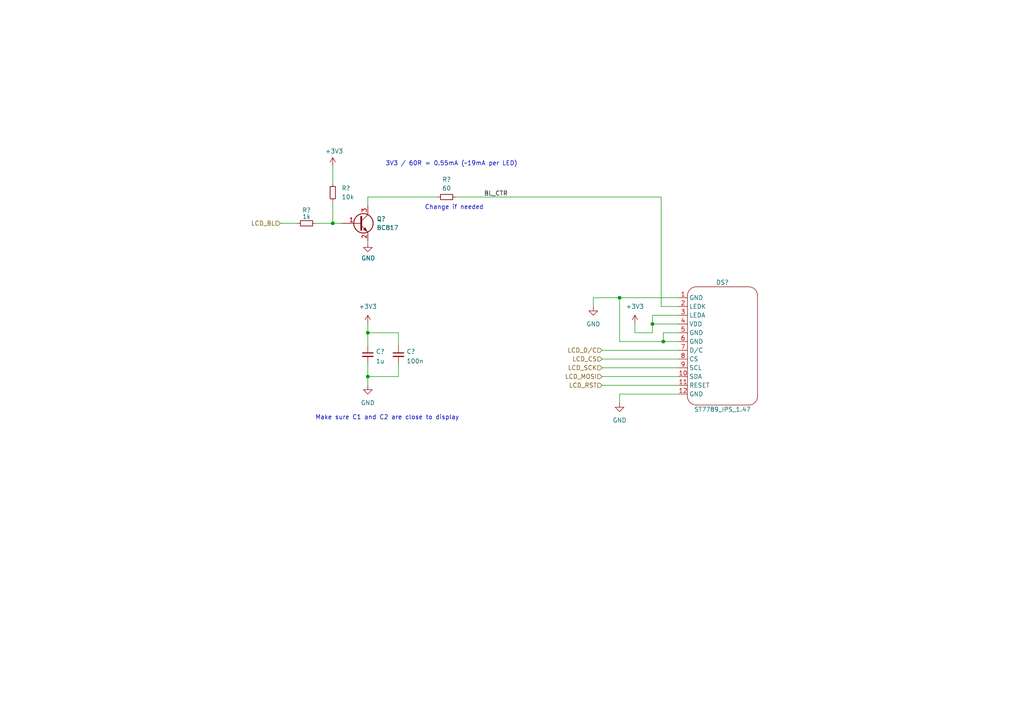
<source format=kicad_sch>
(kicad_sch (version 20230121) (generator eeschema)
  (paper "A4")
  (title_block (title "LCD Display") (date "2023-05-09") (rev "2") (company "Cuprum77"))
  (lib_symbols
    (symbol "Cuprum:ST7789_IPS_1.47"
      (property "Reference" "DS" (at 0 12.065 0))
      (property "Value" "ST7789_IPS_1.47" (at 0 0 0))
      (symbol "ST7789_IPS_1.47_0_1"
        (arc (start -17.1448 -7.6198) (mid -16.4009 -9.4159) (end -14.6048 -10.1598))
        (arc (start -14.6048 10.1598) (mid -16.4009 9.4159) (end -17.1448 7.6198))
        (polyline (pts (xy -17.145 7.62) (xy -17.145 -7.62)))
        (polyline (pts (xy -14.605 -10.16) (xy 14.605 -10.16)))
        (polyline (pts (xy 14.605 10.16) (xy -14.605 10.16)))
        (polyline (pts (xy 17.145 -7.62) (xy 17.145 7.62)))
        (arc (start 14.6048 -10.1598) (mid 16.4009 -9.4159) (end 17.1448 -7.6198))
        (arc (start 17.145 7.62) (mid 16.4011 9.4161) (end 14.605 10.16))
      )
      (symbol "ST7789_IPS_1.47_1_1"
        (pin input line (at -13.97 -12.7 90) (length 2.54) (name "GND") (number "1"))
        (pin input line (at 8.89 -12.7 90) (length 2.54) (name "SDA") (number "10"))
        (pin input line (at 11.43 -12.7 90) (length 2.54) (name "RESET") (number "11"))
        (pin input line (at 13.97 -12.7 90) (length 2.54) (name "GND") (number "12"))
        (pin input line (at -11.43 -12.7 90) (length 2.54) (name "LEDK") (number "2"))
        (pin input line (at -8.89 -12.7 90) (length 2.54) (name "LEDA") (number "3"))
        (pin input line (at -6.35 -12.7 90) (length 2.54) (name "VDD") (number "4"))
        (pin input line (at -3.81 -12.7 90) (length 2.54) (name "GND") (number "5"))
        (pin input line (at -1.27 -12.7 90) (length 2.54) (name "GND") (number "6"))
        (pin input line (at 1.27 -12.7 90) (length 2.54) (name "D/C") (number "7"))
        (pin input line (at 3.81 -12.7 90) (length 2.54) (name "CS") (number "8"))
        (pin input line (at 6.35 -12.7 90) (length 2.54) (name "SCL") (number "9"))
      )
    )
    (symbol "Device:C_Small" (pin_numbers hide) (pin_names (offset 0.254) hide)
      (property "Reference" "C" (at 0.254 1.778 0))
      (property "Value" "C_Small" (at 0.254 -2.032 0))
      (symbol "C_Small_0_1"
        (polyline (pts (xy -1.524 -0.508) (xy 1.524 -0.508)) (stroke (width 0.3302)))
        (polyline (pts (xy -1.524 0.508) (xy 1.524 0.508)) (stroke (width 0.3048)))
      )
      (symbol "C_Small_1_1"
        (pin passive line (at 0 2.54 270) (length 2.032) (name "~") (number "1"))
        (pin passive line (at 0 -2.54 90) (length 2.032) (name "~") (number "2"))
      )
    )
    (symbol "Device:R_Small" (pin_numbers hide) (pin_names (offset 0.254) hide)
      (property "Reference" "R" (at 0.762 0.508 0))
      (property "Value" "R_Small" (at 0.762 -1.016 0))
      (symbol "R_Small_0_1"
        (rectangle (start -0.762 1.778) (end 0.762 -1.778) (stroke (width 0.2032)))
      )
      (symbol "R_Small_1_1"
        (pin passive line (at 0 2.54 270) (length 0.762) (name "~") (number "1"))
        (pin passive line (at 0 -2.54 90) (length 0.762) (name "~") (number "2"))
      )
    )
    (symbol "Transistor_BJT:BC817" (pin_names (offset 0) hide)
      (property "Reference" "Q" (at 5.08 1.905 0))
      (property "Value" "BC817" (at 5.08 0 0))
      (symbol "BC817_0_1"
        (polyline (pts (xy 0.635 0.635) (xy 2.54 2.54)))
        (polyline (pts (xy 0.635 -0.635) (xy 2.54 -2.54) (xy 2.54 -2.54)))
        (polyline (pts (xy 0.635 1.905) (xy 0.635 -1.905) (xy 0.635 -1.905)) (stroke (width 0.508)))
        (polyline (pts (xy 1.27 -1.778) (xy 1.778 -1.27) (xy 2.286 -2.286) (xy 1.27 -1.778) (xy 1.27 -1.778)) (fill (type outline)))
        (circle (center 1.27 0) (radius 2.8194) (stroke (width 0.254)))
      )
      (symbol "BC817_1_1"
        (pin input line (at -5.08 0 0) (length 5.715) (name "B") (number "1"))
        (pin passive line (at 2.54 -5.08 90) (length 2.54) (name "E") (number "2"))
        (pin passive line (at 2.54 5.08 270) (length 2.54) (name "C") (number "3"))
      )
    )
    (symbol "power:+3V3" (power) (pin_names (offset 0))
      (property "Value" "+3V3" (at 0 3.556 0))
      (symbol "+3V3_0_1"
        (polyline (pts (xy -0.762 1.27) (xy 0 2.54)))
        (polyline (pts (xy 0 0) (xy 0 2.54)))
        (polyline (pts (xy 0 2.54) (xy 0.762 1.27)))
      )
      (symbol "+3V3_1_1"
        (pin power_in line (at 0 0 90) (length 0) hide (name "+3V3") (number "1"))
      )
    )
    (symbol "power:GND" (power) (pin_names (offset 0))
      (property "Value" "GND" (at 0 -3.81 0))
      (symbol "GND_0_1"
        (polyline (pts (xy 0 0) (xy 0 -1.27) (xy 1.27 -1.27) (xy 0 -2.54) (xy -1.27 -1.27) (xy 0 -1.27)))
      )
      (symbol "GND_1_1"
        (pin power_in line (at 0 0 270) (length 0) hide (name "GND") (number "1"))
      )
    )
  )
  (junction (at 179.705 86.36))
  (junction (at 96.52 64.77))
  (junction (at 106.68 96.52))
  (junction (at 192.405 99.06))
  (junction (at 106.68 109.22))
  (junction (at 189.23 93.98))
  (wire (pts (xy 115.57 96.52) (xy 115.57 100.33)))
  (wire (pts (xy 174.625 101.6) (xy 196.85 101.6)))
  (wire (pts (xy 192.405 99.06) (xy 179.705 99.06)))
  (wire (pts (xy 115.57 105.41) (xy 115.57 109.22)))
  (wire (pts (xy 184.15 96.52) (xy 184.15 93.98)))
  (wire (pts (xy 179.705 86.36) (xy 179.705 99.06)))
  (wire (pts (xy 179.705 86.36) (xy 196.85 86.36)))
  (wire (pts (xy 106.68 70.485) (xy 106.68 69.85)))
  (wire (pts (xy 192.405 99.06) (xy 196.85 99.06)))
  (wire (pts (xy 174.625 111.76) (xy 196.85 111.76)))
  (wire (pts (xy 191.77 88.9) (xy 191.77 57.15)))
  (wire (pts (xy 96.52 58.42) (xy 96.52 64.77)))
  (wire (pts (xy 192.405 96.52) (xy 192.405 99.06)))
  (wire (pts (xy 172.085 86.36) (xy 172.085 88.9)))
  (wire (pts (xy 132.08 57.15) (xy 191.77 57.15)))
  (wire (pts (xy 91.44 64.77) (xy 96.52 64.77)))
  (wire (pts (xy 106.68 109.22) (xy 115.57 109.22)))
  (wire (pts (xy 196.85 88.9) (xy 191.77 88.9)))
  (wire (pts (xy 172.085 86.36) (xy 179.705 86.36)))
  (wire (pts (xy 106.68 105.41) (xy 106.68 109.22)))
  (wire (pts (xy 106.68 57.15) (xy 127 57.15)))
  (wire (pts (xy 106.68 57.15) (xy 106.68 59.69)))
  (wire (pts (xy 184.15 96.52) (xy 189.23 96.52)))
  (wire (pts (xy 174.625 104.14) (xy 196.85 104.14)))
  (wire (pts (xy 174.625 106.68) (xy 196.85 106.68)))
  (wire (pts (xy 81.28 64.77) (xy 86.36 64.77)))
  (wire (pts (xy 196.85 114.3) (xy 179.705 114.3)))
  (wire (pts (xy 179.705 114.3) (xy 179.705 116.84)))
  (wire (pts (xy 174.625 109.22) (xy 196.85 109.22)))
  (wire (pts (xy 189.23 91.44) (xy 189.23 93.98)))
  (wire (pts (xy 196.85 96.52) (xy 192.405 96.52)))
  (wire (pts (xy 106.68 96.52) (xy 106.68 100.33)))
  (wire (pts (xy 96.52 64.77) (xy 99.06 64.77)))
  (wire (pts (xy 189.23 93.98) (xy 196.85 93.98)))
  (wire (pts (xy 115.57 96.52) (xy 106.68 96.52)))
  (wire (pts (xy 189.23 91.44) (xy 196.85 91.44)))
  (wire (pts (xy 96.52 48.26) (xy 96.52 53.34)))
  (wire (pts (xy 106.68 93.98) (xy 106.68 96.52)))
  (wire (pts (xy 189.23 96.52) (xy 189.23 93.98)))
  (wire (pts (xy 106.68 109.22) (xy 106.68 111.76)))
  (text "Change if needed" (at 123.19 60.96 0) (effects (font (size 1.27 1.27)) (justify left bottom)))
  (text "3V3 / 60R = 0.55mA (~19mA per LED)" (at 111.76 48.26 0) (effects (font (size 1.27 1.27)) (justify left bottom)))
  (text "Make sure C1 and C2 are close to display" (at 91.44 121.92 0) (effects (font (size 1.27 1.27)) (justify left bottom)))
  (label "BL_CTR" (at 147.32 57.15 180))
  (hierarchical_label "LCD_SCK" (shape input) (at 174.625 106.68 180))
  (hierarchical_label "LCD_CS" (shape input) (at 174.625 104.14 180))
  (hierarchical_label "LCD_MOSI" (shape input) (at 174.625 109.22 180))
  (hierarchical_label "LCD_D{slash}C" (shape input) (at 174.625 101.6 180))
  (hierarchical_label "LCD_BL" (shape input) (at 81.28 64.77 180))
  (hierarchical_label "LCD_RST" (shape input) (at 174.625 111.76 180))
  (symbol (lib_id "power:+3V3") (at 96.52 48.26 0) (unit 1)
    (property "Reference" "#PWR?" (effects hide))
    (property "Value" "+3V3" (at 96.901 43.8658 0))
    (instances (project "USB-PD" (path "" (reference "#PWR?") (unit 1)) (path "" (reference "#PWR01") (unit 1))))
  )
  (symbol (lib_id "power:GND") (at 179.705 116.84 0) (unit 1)
    (property "Reference" "#PWR?" (effects hide))
    (property "Value" "GND" (at 179.705 121.92 0))
    (instances (project "USB-PD" (path "" (reference "#PWR?") (unit 1)) (path "" (reference "#PWR04") (unit 1))))
  )
  (symbol (lib_id "power:+3V3") (at 184.15 93.98 0) (unit 1)
    (property "Reference" "#PWR?" (effects hide))
    (property "Value" "+3V3" (at 184.15 88.9 0))
    (instances (project "USB-PD" (path "" (reference "#PWR?") (unit 1)) (path "" (reference "#PWR022") (unit 1))))
  )
  (symbol (lib_id "Device:R_Small") (at 96.52 55.88 180) (unit 1)
    (property "Reference" "R?" (at 99.06 54.6099 0) (effects (justify right)))
    (property "Value" "10k" (at 99.06 57.1499 0) (effects (justify right)))
    (property "Footprint" "KiCAD Library:R_0603_1608Metric" (effects hide))
    (instances (project "USB-PD" (path "" (reference "R?") (unit 1)) (path "" (reference "R5") (unit 1))))
  )
  (symbol (lib_id "power:GND") (at 106.68 111.76 0) (unit 1)
    (property "Reference" "#PWR?" (effects hide))
    (property "Value" "GND" (at 106.68 116.84 0))
    (instances (project "USB-PD" (path "" (reference "#PWR?") (unit 1)) (path "" (reference "#PWR02") (unit 1))))
  )
  (symbol (lib_id "power:+3V3") (at 106.68 93.98 0) (unit 1)
    (property "Reference" "#PWR?" (effects hide))
    (property "Value" "+3V3" (at 106.68 88.9 0))
    (instances (project "USB-PD" (path "" (reference "#PWR?") (unit 1)) (path "" (reference "#PWR046") (unit 1))))
  )
  (symbol (lib_id "Device:R_Small") (at 88.9 64.77 90) (unit 1)
    (property "Reference" "R?" (at 88.9 60.96 90))
    (property "Value" "1k" (at 88.9 62.842 90))
    (property "Footprint" "KiCAD Library:R_0603_1608Metric" (effects hide))
    (instances (project "USB-PD" (path "" (reference "R?") (unit 1)) (path "" (reference "R4") (unit 1))))
  )
  (symbol (lib_id "Transistor_BJT:BC817") (at 104.14 64.77 0) (unit 1)
    (property "Reference" "Q?" (at 109.22 63.4999 0) (effects (justify left)))
    (property "Value" "BC817" (at 109.22 66.0399 0) (effects (justify left)))
    (property "Footprint" "Package_TO_SOT_SMD:SOT-23" (effects hide))
    (property "Datasheet" "https://www.onsemi.com/pub/Collateral/BC818-D.pdf" (effects hide))
    (instances (project "USB-PD" (path "" (reference "Q?") (unit 1)) (path "" (reference "Q2") (unit 1))))
  )
  (symbol (lib_id "Cuprum:ST7789_IPS_1.47") (at 209.55 100.33 270) (unit 1)
    (property "Reference" "DS?" (at 207.645 81.915 90) (effects (justify left)))
    (property "Value" "ST7789_IPS_1.47" (at 201.295 118.745 90) (effects (justify left)))
    (property "Footprint" "KiCAD Library:1.47 inch 12PIN ST7789" (effects hide))
    (instances (project "USB-PD" (path "" (reference "DS?") (unit 1)) (path "" (reference "DS1") (unit 1))))
  )
  (symbol (lib_id "Device:C_Small") (at 115.57 102.87 0) (unit 1)
    (property "Reference" "C?" (at 117.8941 101.9678 0) (effects (justify left)))
    (property "Value" "100n" (at 117.8941 104.7429 0) (effects (justify left)))
    (property "Footprint" "KiCAD Library:C_0603_1608Metric" (effects hide))
    (instances (project "USB-PD" (path "" (reference "C?") (unit 1)) (path "" (reference "C2") (unit 1))))
  )
  (symbol (lib_id "power:GND") (at 106.68 70.485 0) (unit 1)
    (property "Reference" "#PWR?" (effects hide))
    (property "Value" "GND" (at 106.807 74.8792 0))
    (instances (project "USB-PD" (path "" (reference "#PWR?") (unit 1)) (path "" (reference "#PWR03") (unit 1))))
  )
  (symbol (lib_id "power:GND") (at 172.085 88.9 0) (unit 1)
    (property "Reference" "#PWR?" (effects hide))
    (property "Value" "GND" (at 172.085 93.98 0))
    (instances (project "USB-PD" (path "" (reference "#PWR?") (unit 1)) (path "" (reference "#PWR047") (unit 1))))
  )
  (symbol (lib_id "Device:C_Small") (at 106.68 102.87 0) (unit 1)
    (property "Reference" "C?" (at 109.0041 101.9678 0) (effects (justify left)))
    (property "Value" "1u" (at 109.0041 104.7429 0) (effects (justify left)))
    (property "Footprint" "KiCAD Library:C_0603_1608Metric" (effects hide))
    (instances (project "USB-PD" (path "" (reference "C?") (unit 1)) (path "" (reference "C1") (unit 1))))
  )
  (symbol (lib_id "Device:R_Small") (at 129.54 57.15 270) (unit 1)
    (property "Reference" "R?" (at 129.54 52.07 90))
    (property "Value" "60" (at 129.54 54.61 90))
    (property "Footprint" "KiCAD Library:R_0603_1608Metric" (effects hide))
    (instances (project "USB-PD" (path "" (reference "R?") (unit 1)) (path "" (reference "R7") (unit 1))))
  )
)
</source>
